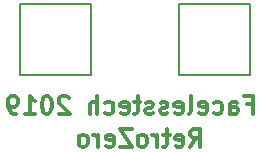
<source format=gbr>
G04 #@! TF.GenerationSoftware,KiCad,Pcbnew,5.0.2+dfsg1-1~bpo9+1*
G04 #@! TF.CreationDate,2019-01-08T10:19:29+00:00*
G04 #@! TF.ProjectId,zeroboy_new_back,7a65726f-626f-4795-9f6e-65775f626163,rev?*
G04 #@! TF.SameCoordinates,Original*
G04 #@! TF.FileFunction,Legend,Bot*
G04 #@! TF.FilePolarity,Positive*
%FSLAX46Y46*%
G04 Gerber Fmt 4.6, Leading zero omitted, Abs format (unit mm)*
G04 Created by KiCad (PCBNEW 5.0.2+dfsg1-1~bpo9+1) date Tue 08 Jan 2019 10:19:29 GMT*
%MOMM*%
%LPD*%
G01*
G04 APERTURE LIST*
%ADD10C,0.300000*%
%ADD11C,0.150000*%
G04 APERTURE END LIST*
D10*
X151570000Y-102024571D02*
X152070000Y-101310285D01*
X152427142Y-102024571D02*
X152427142Y-100524571D01*
X151855714Y-100524571D01*
X151712857Y-100596000D01*
X151641428Y-100667428D01*
X151570000Y-100810285D01*
X151570000Y-101024571D01*
X151641428Y-101167428D01*
X151712857Y-101238857D01*
X151855714Y-101310285D01*
X152427142Y-101310285D01*
X150355714Y-101953142D02*
X150498571Y-102024571D01*
X150784285Y-102024571D01*
X150927142Y-101953142D01*
X150998571Y-101810285D01*
X150998571Y-101238857D01*
X150927142Y-101096000D01*
X150784285Y-101024571D01*
X150498571Y-101024571D01*
X150355714Y-101096000D01*
X150284285Y-101238857D01*
X150284285Y-101381714D01*
X150998571Y-101524571D01*
X149855714Y-101024571D02*
X149284285Y-101024571D01*
X149641428Y-100524571D02*
X149641428Y-101810285D01*
X149570000Y-101953142D01*
X149427142Y-102024571D01*
X149284285Y-102024571D01*
X148784285Y-102024571D02*
X148784285Y-101024571D01*
X148784285Y-101310285D02*
X148712857Y-101167428D01*
X148641428Y-101096000D01*
X148498571Y-101024571D01*
X148355714Y-101024571D01*
X147641428Y-102024571D02*
X147784285Y-101953142D01*
X147855714Y-101881714D01*
X147927142Y-101738857D01*
X147927142Y-101310285D01*
X147855714Y-101167428D01*
X147784285Y-101096000D01*
X147641428Y-101024571D01*
X147427142Y-101024571D01*
X147284285Y-101096000D01*
X147212857Y-101167428D01*
X147141428Y-101310285D01*
X147141428Y-101738857D01*
X147212857Y-101881714D01*
X147284285Y-101953142D01*
X147427142Y-102024571D01*
X147641428Y-102024571D01*
X146641428Y-100524571D02*
X145641428Y-100524571D01*
X146641428Y-102024571D01*
X145641428Y-102024571D01*
X144498571Y-101953142D02*
X144641428Y-102024571D01*
X144927142Y-102024571D01*
X145070000Y-101953142D01*
X145141428Y-101810285D01*
X145141428Y-101238857D01*
X145070000Y-101096000D01*
X144927142Y-101024571D01*
X144641428Y-101024571D01*
X144498571Y-101096000D01*
X144427142Y-101238857D01*
X144427142Y-101381714D01*
X145141428Y-101524571D01*
X143784285Y-102024571D02*
X143784285Y-101024571D01*
X143784285Y-101310285D02*
X143712857Y-101167428D01*
X143641428Y-101096000D01*
X143498571Y-101024571D01*
X143355714Y-101024571D01*
X142641428Y-102024571D02*
X142784285Y-101953142D01*
X142855714Y-101881714D01*
X142927142Y-101738857D01*
X142927142Y-101310285D01*
X142855714Y-101167428D01*
X142784285Y-101096000D01*
X142641428Y-101024571D01*
X142427142Y-101024571D01*
X142284285Y-101096000D01*
X142212857Y-101167428D01*
X142141428Y-101310285D01*
X142141428Y-101738857D01*
X142212857Y-101881714D01*
X142284285Y-101953142D01*
X142427142Y-102024571D01*
X142641428Y-102024571D01*
X156379428Y-98444857D02*
X156879428Y-98444857D01*
X156879428Y-99230571D02*
X156879428Y-97730571D01*
X156165142Y-97730571D01*
X154950857Y-99230571D02*
X154950857Y-98444857D01*
X155022285Y-98302000D01*
X155165142Y-98230571D01*
X155450857Y-98230571D01*
X155593714Y-98302000D01*
X154950857Y-99159142D02*
X155093714Y-99230571D01*
X155450857Y-99230571D01*
X155593714Y-99159142D01*
X155665142Y-99016285D01*
X155665142Y-98873428D01*
X155593714Y-98730571D01*
X155450857Y-98659142D01*
X155093714Y-98659142D01*
X154950857Y-98587714D01*
X153593714Y-99159142D02*
X153736571Y-99230571D01*
X154022285Y-99230571D01*
X154165142Y-99159142D01*
X154236571Y-99087714D01*
X154308000Y-98944857D01*
X154308000Y-98516285D01*
X154236571Y-98373428D01*
X154165142Y-98302000D01*
X154022285Y-98230571D01*
X153736571Y-98230571D01*
X153593714Y-98302000D01*
X152379428Y-99159142D02*
X152522285Y-99230571D01*
X152808000Y-99230571D01*
X152950857Y-99159142D01*
X153022285Y-99016285D01*
X153022285Y-98444857D01*
X152950857Y-98302000D01*
X152808000Y-98230571D01*
X152522285Y-98230571D01*
X152379428Y-98302000D01*
X152308000Y-98444857D01*
X152308000Y-98587714D01*
X153022285Y-98730571D01*
X151450857Y-99230571D02*
X151593714Y-99159142D01*
X151665142Y-99016285D01*
X151665142Y-97730571D01*
X150308000Y-99159142D02*
X150450857Y-99230571D01*
X150736571Y-99230571D01*
X150879428Y-99159142D01*
X150950857Y-99016285D01*
X150950857Y-98444857D01*
X150879428Y-98302000D01*
X150736571Y-98230571D01*
X150450857Y-98230571D01*
X150308000Y-98302000D01*
X150236571Y-98444857D01*
X150236571Y-98587714D01*
X150950857Y-98730571D01*
X149665142Y-99159142D02*
X149522285Y-99230571D01*
X149236571Y-99230571D01*
X149093714Y-99159142D01*
X149022285Y-99016285D01*
X149022285Y-98944857D01*
X149093714Y-98802000D01*
X149236571Y-98730571D01*
X149450857Y-98730571D01*
X149593714Y-98659142D01*
X149665142Y-98516285D01*
X149665142Y-98444857D01*
X149593714Y-98302000D01*
X149450857Y-98230571D01*
X149236571Y-98230571D01*
X149093714Y-98302000D01*
X148450857Y-99159142D02*
X148308000Y-99230571D01*
X148022285Y-99230571D01*
X147879428Y-99159142D01*
X147808000Y-99016285D01*
X147808000Y-98944857D01*
X147879428Y-98802000D01*
X148022285Y-98730571D01*
X148236571Y-98730571D01*
X148379428Y-98659142D01*
X148450857Y-98516285D01*
X148450857Y-98444857D01*
X148379428Y-98302000D01*
X148236571Y-98230571D01*
X148022285Y-98230571D01*
X147879428Y-98302000D01*
X147379428Y-98230571D02*
X146808000Y-98230571D01*
X147165142Y-97730571D02*
X147165142Y-99016285D01*
X147093714Y-99159142D01*
X146950857Y-99230571D01*
X146808000Y-99230571D01*
X145736571Y-99159142D02*
X145879428Y-99230571D01*
X146165142Y-99230571D01*
X146308000Y-99159142D01*
X146379428Y-99016285D01*
X146379428Y-98444857D01*
X146308000Y-98302000D01*
X146165142Y-98230571D01*
X145879428Y-98230571D01*
X145736571Y-98302000D01*
X145665142Y-98444857D01*
X145665142Y-98587714D01*
X146379428Y-98730571D01*
X144379428Y-99159142D02*
X144522285Y-99230571D01*
X144808000Y-99230571D01*
X144950857Y-99159142D01*
X145022285Y-99087714D01*
X145093714Y-98944857D01*
X145093714Y-98516285D01*
X145022285Y-98373428D01*
X144950857Y-98302000D01*
X144808000Y-98230571D01*
X144522285Y-98230571D01*
X144379428Y-98302000D01*
X143736571Y-99230571D02*
X143736571Y-97730571D01*
X143093714Y-99230571D02*
X143093714Y-98444857D01*
X143165142Y-98302000D01*
X143308000Y-98230571D01*
X143522285Y-98230571D01*
X143665142Y-98302000D01*
X143736571Y-98373428D01*
X141308000Y-97873428D02*
X141236571Y-97802000D01*
X141093714Y-97730571D01*
X140736571Y-97730571D01*
X140593714Y-97802000D01*
X140522285Y-97873428D01*
X140450857Y-98016285D01*
X140450857Y-98159142D01*
X140522285Y-98373428D01*
X141379428Y-99230571D01*
X140450857Y-99230571D01*
X139522285Y-97730571D02*
X139379428Y-97730571D01*
X139236571Y-97802000D01*
X139165142Y-97873428D01*
X139093714Y-98016285D01*
X139022285Y-98302000D01*
X139022285Y-98659142D01*
X139093714Y-98944857D01*
X139165142Y-99087714D01*
X139236571Y-99159142D01*
X139379428Y-99230571D01*
X139522285Y-99230571D01*
X139665142Y-99159142D01*
X139736571Y-99087714D01*
X139808000Y-98944857D01*
X139879428Y-98659142D01*
X139879428Y-98302000D01*
X139808000Y-98016285D01*
X139736571Y-97873428D01*
X139665142Y-97802000D01*
X139522285Y-97730571D01*
X137593714Y-99230571D02*
X138450857Y-99230571D01*
X138022285Y-99230571D02*
X138022285Y-97730571D01*
X138165142Y-97944857D01*
X138308000Y-98087714D01*
X138450857Y-98159142D01*
X136879428Y-99230571D02*
X136593714Y-99230571D01*
X136450857Y-99159142D01*
X136379428Y-99087714D01*
X136236571Y-98873428D01*
X136165142Y-98587714D01*
X136165142Y-98016285D01*
X136236571Y-97873428D01*
X136308000Y-97802000D01*
X136450857Y-97730571D01*
X136736571Y-97730571D01*
X136879428Y-97802000D01*
X136950857Y-97873428D01*
X137022285Y-98016285D01*
X137022285Y-98373428D01*
X136950857Y-98516285D01*
X136879428Y-98587714D01*
X136736571Y-98659142D01*
X136450857Y-98659142D01*
X136308000Y-98587714D01*
X136236571Y-98516285D01*
X136165142Y-98373428D01*
D11*
G04 #@! TO.C,SW3*
X150685500Y-95948500D02*
X156654500Y-95948500D01*
X156654500Y-95948500D02*
X156654500Y-89979500D01*
X156654500Y-89979500D02*
X150685500Y-89979500D01*
X150685500Y-89979500D02*
X150685500Y-95948500D01*
G04 #@! TO.C,SW4*
X137223500Y-89979500D02*
X137223500Y-95948500D01*
X143192500Y-89979500D02*
X137223500Y-89979500D01*
X143192500Y-95948500D02*
X143192500Y-89979500D01*
X137223500Y-95948500D02*
X143192500Y-95948500D01*
G04 #@! TD*
M02*

</source>
